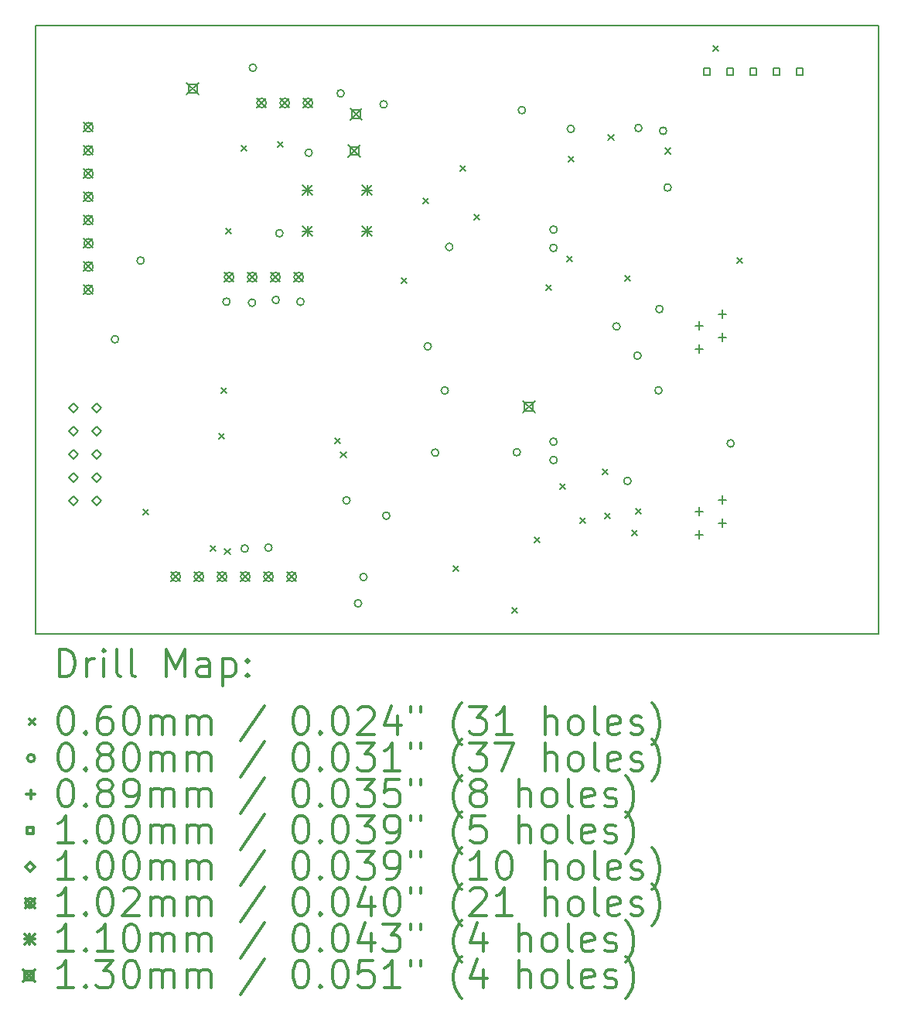
<source format=gbr>
%FSLAX45Y45*%
G04 Gerber Fmt 4.5, Leading zero omitted, Abs format (unit mm)*
G04 Created by KiCad (PCBNEW 4.0.7) date 06/06/19 18:33:32*
%MOMM*%
%LPD*%
G01*
G04 APERTURE LIST*
%ADD10C,0.127000*%
%ADD11C,0.150000*%
%ADD12C,0.200000*%
%ADD13C,0.300000*%
G04 APERTURE END LIST*
D10*
D11*
X18821400Y-12509500D02*
X18821400Y-5854700D01*
X9588500Y-12509500D02*
X18821400Y-12509500D01*
X9588500Y-5854700D02*
X9588500Y-12509500D01*
X18821400Y-5854700D02*
X9588500Y-5854700D01*
D12*
X10770000Y-11150000D02*
X10830000Y-11210000D01*
X10830000Y-11150000D02*
X10770000Y-11210000D01*
X11500000Y-11550000D02*
X11560000Y-11610000D01*
X11560000Y-11550000D02*
X11500000Y-11610000D01*
X11593000Y-10323000D02*
X11653000Y-10383000D01*
X11653000Y-10323000D02*
X11593000Y-10383000D01*
X11618400Y-9820120D02*
X11678400Y-9880120D01*
X11678400Y-9820120D02*
X11618400Y-9880120D01*
X11660000Y-11580000D02*
X11720000Y-11640000D01*
X11720000Y-11580000D02*
X11660000Y-11640000D01*
X11670000Y-8080000D02*
X11730000Y-8140000D01*
X11730000Y-8080000D02*
X11670000Y-8140000D01*
X11840000Y-7170000D02*
X11900000Y-7230000D01*
X11900000Y-7170000D02*
X11840000Y-7230000D01*
X12240000Y-7130000D02*
X12300000Y-7190000D01*
X12300000Y-7130000D02*
X12240000Y-7190000D01*
X12870000Y-10370000D02*
X12930000Y-10430000D01*
X12930000Y-10370000D02*
X12870000Y-10430000D01*
X12930000Y-10520000D02*
X12990000Y-10580000D01*
X12990000Y-10520000D02*
X12930000Y-10580000D01*
X13594600Y-8621240D02*
X13654600Y-8681240D01*
X13654600Y-8621240D02*
X13594600Y-8681240D01*
X13833300Y-7747480D02*
X13893300Y-7807480D01*
X13893300Y-7747480D02*
X13833300Y-7807480D01*
X14163500Y-11765800D02*
X14223500Y-11825800D01*
X14223500Y-11765800D02*
X14163500Y-11825800D01*
X14240000Y-7390000D02*
X14300000Y-7450000D01*
X14300000Y-7390000D02*
X14240000Y-7450000D01*
X14389200Y-7922650D02*
X14449200Y-7982650D01*
X14449200Y-7922650D02*
X14389200Y-7982650D01*
X14808700Y-12223000D02*
X14868700Y-12283000D01*
X14868700Y-12223000D02*
X14808700Y-12283000D01*
X15052500Y-11458100D02*
X15112500Y-11518100D01*
X15112500Y-11458100D02*
X15052500Y-11518100D01*
X15176300Y-8693990D02*
X15236300Y-8753990D01*
X15236300Y-8693990D02*
X15176300Y-8753990D01*
X15330000Y-10870000D02*
X15390000Y-10930000D01*
X15390000Y-10870000D02*
X15330000Y-10930000D01*
X15403600Y-8382590D02*
X15463600Y-8442590D01*
X15463600Y-8382590D02*
X15403600Y-8442590D01*
X15420000Y-7290000D02*
X15480000Y-7350000D01*
X15480000Y-7290000D02*
X15420000Y-7350000D01*
X15550400Y-11242500D02*
X15610400Y-11302500D01*
X15610400Y-11242500D02*
X15550400Y-11302500D01*
X15799300Y-10709100D02*
X15859300Y-10769100D01*
X15859300Y-10709100D02*
X15799300Y-10769100D01*
X15820000Y-11190000D02*
X15880000Y-11250000D01*
X15880000Y-11190000D02*
X15820000Y-11250000D01*
X15860000Y-7050000D02*
X15920000Y-7110000D01*
X15920000Y-7050000D02*
X15860000Y-7110000D01*
X16040000Y-8590000D02*
X16100000Y-8650000D01*
X16100000Y-8590000D02*
X16040000Y-8650000D01*
X16120000Y-11380000D02*
X16180000Y-11440000D01*
X16180000Y-11380000D02*
X16120000Y-11440000D01*
X16160000Y-11140000D02*
X16220000Y-11200000D01*
X16220000Y-11140000D02*
X16160000Y-11200000D01*
X16480000Y-7200000D02*
X16540000Y-7260000D01*
X16540000Y-7200000D02*
X16480000Y-7260000D01*
X17010000Y-6080000D02*
X17070000Y-6140000D01*
X17070000Y-6080000D02*
X17010000Y-6140000D01*
X17270000Y-8400000D02*
X17330000Y-8460000D01*
X17330000Y-8400000D02*
X17270000Y-8460000D01*
X10500000Y-9290000D02*
G75*
G03X10500000Y-9290000I-40000J0D01*
G01*
X10780000Y-8430000D02*
G75*
G03X10780000Y-8430000I-40000J0D01*
G01*
X11720000Y-8880000D02*
G75*
G03X11720000Y-8880000I-40000J0D01*
G01*
X11920000Y-11580000D02*
G75*
G03X11920000Y-11580000I-40000J0D01*
G01*
X12000000Y-8890000D02*
G75*
G03X12000000Y-8890000I-40000J0D01*
G01*
X12008500Y-6319520D02*
G75*
G03X12008500Y-6319520I-40000J0D01*
G01*
X12180000Y-11570000D02*
G75*
G03X12180000Y-11570000I-40000J0D01*
G01*
X12260000Y-8860000D02*
G75*
G03X12260000Y-8860000I-40000J0D01*
G01*
X12300000Y-8130000D02*
G75*
G03X12300000Y-8130000I-40000J0D01*
G01*
X12530000Y-8880000D02*
G75*
G03X12530000Y-8880000I-40000J0D01*
G01*
X12620000Y-7250000D02*
G75*
G03X12620000Y-7250000I-40000J0D01*
G01*
X12970000Y-6600000D02*
G75*
G03X12970000Y-6600000I-40000J0D01*
G01*
X13034140Y-11052270D02*
G75*
G03X13034140Y-11052270I-40000J0D01*
G01*
X13160000Y-12180000D02*
G75*
G03X13160000Y-12180000I-40000J0D01*
G01*
X13220000Y-11890000D02*
G75*
G03X13220000Y-11890000I-40000J0D01*
G01*
X13441000Y-6720840D02*
G75*
G03X13441000Y-6720840I-40000J0D01*
G01*
X13470000Y-11220000D02*
G75*
G03X13470000Y-11220000I-40000J0D01*
G01*
X13923600Y-9367520D02*
G75*
G03X13923600Y-9367520I-40000J0D01*
G01*
X14004900Y-10530800D02*
G75*
G03X14004900Y-10530800I-40000J0D01*
G01*
X14110000Y-9850000D02*
G75*
G03X14110000Y-9850000I-40000J0D01*
G01*
X14160000Y-8280000D02*
G75*
G03X14160000Y-8280000I-40000J0D01*
G01*
X14899000Y-10525800D02*
G75*
G03X14899000Y-10525800I-40000J0D01*
G01*
X14954110Y-6783500D02*
G75*
G03X14954110Y-6783500I-40000J0D01*
G01*
X15300300Y-8090560D02*
G75*
G03X15300300Y-8090560I-40000J0D01*
G01*
X15300300Y-8290560D02*
G75*
G03X15300300Y-8290560I-40000J0D01*
G01*
X15300300Y-10412100D02*
G75*
G03X15300300Y-10412100I-40000J0D01*
G01*
X15300300Y-10612100D02*
G75*
G03X15300300Y-10612100I-40000J0D01*
G01*
X15490000Y-6990000D02*
G75*
G03X15490000Y-6990000I-40000J0D01*
G01*
X15990000Y-9150000D02*
G75*
G03X15990000Y-9150000I-40000J0D01*
G01*
X16110000Y-10840000D02*
G75*
G03X16110000Y-10840000I-40000J0D01*
G01*
X16220000Y-9470000D02*
G75*
G03X16220000Y-9470000I-40000J0D01*
G01*
X16230000Y-6980000D02*
G75*
G03X16230000Y-6980000I-40000J0D01*
G01*
X16450000Y-9850000D02*
G75*
G03X16450000Y-9850000I-40000J0D01*
G01*
X16460000Y-8960000D02*
G75*
G03X16460000Y-8960000I-40000J0D01*
G01*
X16500000Y-7010000D02*
G75*
G03X16500000Y-7010000I-40000J0D01*
G01*
X16550000Y-7630000D02*
G75*
G03X16550000Y-7630000I-40000J0D01*
G01*
X17240000Y-10430000D02*
G75*
G03X17240000Y-10430000I-40000J0D01*
G01*
X16855300Y-9096960D02*
X16855300Y-9185960D01*
X16810800Y-9141460D02*
X16899800Y-9141460D01*
X16855300Y-9350960D02*
X16855300Y-9439960D01*
X16810800Y-9395460D02*
X16899800Y-9395460D01*
X16855300Y-11129000D02*
X16855300Y-11218000D01*
X16810800Y-11173500D02*
X16899800Y-11173500D01*
X16855300Y-11383000D02*
X16855300Y-11472000D01*
X16810800Y-11427500D02*
X16899800Y-11427500D01*
X17109300Y-8969960D02*
X17109300Y-9058960D01*
X17064800Y-9014460D02*
X17153800Y-9014460D01*
X17109300Y-9223960D02*
X17109300Y-9312960D01*
X17064800Y-9268460D02*
X17153800Y-9268460D01*
X17109300Y-11002000D02*
X17109300Y-11091000D01*
X17064800Y-11046500D02*
X17153800Y-11046500D01*
X17109300Y-11256000D02*
X17109300Y-11345000D01*
X17064800Y-11300500D02*
X17153800Y-11300500D01*
X16977156Y-6398056D02*
X16977156Y-6327344D01*
X16906444Y-6327344D01*
X16906444Y-6398056D01*
X16977156Y-6398056D01*
X17231156Y-6398056D02*
X17231156Y-6327344D01*
X17160444Y-6327344D01*
X17160444Y-6398056D01*
X17231156Y-6398056D01*
X17485156Y-6398056D02*
X17485156Y-6327344D01*
X17414444Y-6327344D01*
X17414444Y-6398056D01*
X17485156Y-6398056D01*
X17739156Y-6398056D02*
X17739156Y-6327344D01*
X17668444Y-6327344D01*
X17668444Y-6398056D01*
X17739156Y-6398056D01*
X17993156Y-6398056D02*
X17993156Y-6327344D01*
X17922444Y-6327344D01*
X17922444Y-6398056D01*
X17993156Y-6398056D01*
X10003000Y-10092038D02*
X10053038Y-10042000D01*
X10003000Y-9991962D01*
X9952962Y-10042000D01*
X10003000Y-10092038D01*
X10003000Y-10346038D02*
X10053038Y-10296000D01*
X10003000Y-10245962D01*
X9952962Y-10296000D01*
X10003000Y-10346038D01*
X10003000Y-10600038D02*
X10053038Y-10550000D01*
X10003000Y-10499962D01*
X9952962Y-10550000D01*
X10003000Y-10600038D01*
X10003000Y-10854038D02*
X10053038Y-10804000D01*
X10003000Y-10753962D01*
X9952962Y-10804000D01*
X10003000Y-10854038D01*
X10003000Y-11108038D02*
X10053038Y-11058000D01*
X10003000Y-11007962D01*
X9952962Y-11058000D01*
X10003000Y-11108038D01*
X10257000Y-10092038D02*
X10307038Y-10042000D01*
X10257000Y-9991962D01*
X10206962Y-10042000D01*
X10257000Y-10092038D01*
X10257000Y-10346038D02*
X10307038Y-10296000D01*
X10257000Y-10245962D01*
X10206962Y-10296000D01*
X10257000Y-10346038D01*
X10257000Y-10600038D02*
X10307038Y-10550000D01*
X10257000Y-10499962D01*
X10206962Y-10550000D01*
X10257000Y-10600038D01*
X10257000Y-10854038D02*
X10307038Y-10804000D01*
X10257000Y-10753962D01*
X10206962Y-10804000D01*
X10257000Y-10854038D01*
X10257000Y-11108038D02*
X10307038Y-11058000D01*
X10257000Y-11007962D01*
X10206962Y-11058000D01*
X10257000Y-11108038D01*
X10119200Y-6919200D02*
X10220800Y-7020800D01*
X10220800Y-6919200D02*
X10119200Y-7020800D01*
X10220800Y-6970000D02*
G75*
G03X10220800Y-6970000I-50800J0D01*
G01*
X10119200Y-7173200D02*
X10220800Y-7274800D01*
X10220800Y-7173200D02*
X10119200Y-7274800D01*
X10220800Y-7224000D02*
G75*
G03X10220800Y-7224000I-50800J0D01*
G01*
X10119200Y-7427200D02*
X10220800Y-7528800D01*
X10220800Y-7427200D02*
X10119200Y-7528800D01*
X10220800Y-7478000D02*
G75*
G03X10220800Y-7478000I-50800J0D01*
G01*
X10119200Y-7681200D02*
X10220800Y-7782800D01*
X10220800Y-7681200D02*
X10119200Y-7782800D01*
X10220800Y-7732000D02*
G75*
G03X10220800Y-7732000I-50800J0D01*
G01*
X10119200Y-7935200D02*
X10220800Y-8036800D01*
X10220800Y-7935200D02*
X10119200Y-8036800D01*
X10220800Y-7986000D02*
G75*
G03X10220800Y-7986000I-50800J0D01*
G01*
X10119200Y-8189200D02*
X10220800Y-8290800D01*
X10220800Y-8189200D02*
X10119200Y-8290800D01*
X10220800Y-8240000D02*
G75*
G03X10220800Y-8240000I-50800J0D01*
G01*
X10119200Y-8443200D02*
X10220800Y-8544800D01*
X10220800Y-8443200D02*
X10119200Y-8544800D01*
X10220800Y-8494000D02*
G75*
G03X10220800Y-8494000I-50800J0D01*
G01*
X10119200Y-8697200D02*
X10220800Y-8798800D01*
X10220800Y-8697200D02*
X10119200Y-8798800D01*
X10220800Y-8748000D02*
G75*
G03X10220800Y-8748000I-50800J0D01*
G01*
X11074400Y-11836400D02*
X11176000Y-11938000D01*
X11176000Y-11836400D02*
X11074400Y-11938000D01*
X11176000Y-11887200D02*
G75*
G03X11176000Y-11887200I-50800J0D01*
G01*
X11328400Y-11836400D02*
X11430000Y-11938000D01*
X11430000Y-11836400D02*
X11328400Y-11938000D01*
X11430000Y-11887200D02*
G75*
G03X11430000Y-11887200I-50800J0D01*
G01*
X11582400Y-11836400D02*
X11684000Y-11938000D01*
X11684000Y-11836400D02*
X11582400Y-11938000D01*
X11684000Y-11887200D02*
G75*
G03X11684000Y-11887200I-50800J0D01*
G01*
X11658600Y-8559800D02*
X11760200Y-8661400D01*
X11760200Y-8559800D02*
X11658600Y-8661400D01*
X11760200Y-8610600D02*
G75*
G03X11760200Y-8610600I-50800J0D01*
G01*
X11836400Y-11836400D02*
X11938000Y-11938000D01*
X11938000Y-11836400D02*
X11836400Y-11938000D01*
X11938000Y-11887200D02*
G75*
G03X11938000Y-11887200I-50800J0D01*
G01*
X11912600Y-8559800D02*
X12014200Y-8661400D01*
X12014200Y-8559800D02*
X11912600Y-8661400D01*
X12014200Y-8610600D02*
G75*
G03X12014200Y-8610600I-50800J0D01*
G01*
X12014200Y-6654800D02*
X12115800Y-6756400D01*
X12115800Y-6654800D02*
X12014200Y-6756400D01*
X12115800Y-6705600D02*
G75*
G03X12115800Y-6705600I-50800J0D01*
G01*
X12090400Y-11836400D02*
X12192000Y-11938000D01*
X12192000Y-11836400D02*
X12090400Y-11938000D01*
X12192000Y-11887200D02*
G75*
G03X12192000Y-11887200I-50800J0D01*
G01*
X12166600Y-8559800D02*
X12268200Y-8661400D01*
X12268200Y-8559800D02*
X12166600Y-8661400D01*
X12268200Y-8610600D02*
G75*
G03X12268200Y-8610600I-50800J0D01*
G01*
X12268200Y-6654800D02*
X12369800Y-6756400D01*
X12369800Y-6654800D02*
X12268200Y-6756400D01*
X12369800Y-6705600D02*
G75*
G03X12369800Y-6705600I-50800J0D01*
G01*
X12344400Y-11836400D02*
X12446000Y-11938000D01*
X12446000Y-11836400D02*
X12344400Y-11938000D01*
X12446000Y-11887200D02*
G75*
G03X12446000Y-11887200I-50800J0D01*
G01*
X12420600Y-8559800D02*
X12522200Y-8661400D01*
X12522200Y-8559800D02*
X12420600Y-8661400D01*
X12522200Y-8610600D02*
G75*
G03X12522200Y-8610600I-50800J0D01*
G01*
X12522200Y-6654800D02*
X12623800Y-6756400D01*
X12623800Y-6654800D02*
X12522200Y-6756400D01*
X12623800Y-6705600D02*
G75*
G03X12623800Y-6705600I-50800J0D01*
G01*
X12515000Y-7605000D02*
X12625000Y-7715000D01*
X12625000Y-7605000D02*
X12515000Y-7715000D01*
X12570000Y-7605000D02*
X12570000Y-7715000D01*
X12515000Y-7660000D02*
X12625000Y-7660000D01*
X12515000Y-8055000D02*
X12625000Y-8165000D01*
X12625000Y-8055000D02*
X12515000Y-8165000D01*
X12570000Y-8055000D02*
X12570000Y-8165000D01*
X12515000Y-8110000D02*
X12625000Y-8110000D01*
X13165000Y-7605000D02*
X13275000Y-7715000D01*
X13275000Y-7605000D02*
X13165000Y-7715000D01*
X13220000Y-7605000D02*
X13220000Y-7715000D01*
X13165000Y-7660000D02*
X13275000Y-7660000D01*
X13165000Y-8055000D02*
X13275000Y-8165000D01*
X13275000Y-8055000D02*
X13165000Y-8165000D01*
X13220000Y-8055000D02*
X13220000Y-8165000D01*
X13165000Y-8110000D02*
X13275000Y-8110000D01*
X11244976Y-6484976D02*
X11375024Y-6615024D01*
X11375024Y-6484976D02*
X11244976Y-6615024D01*
X11355979Y-6595979D02*
X11355979Y-6504021D01*
X11264021Y-6504021D01*
X11264021Y-6595979D01*
X11355979Y-6595979D01*
X13014976Y-7164976D02*
X13145024Y-7295024D01*
X13145024Y-7164976D02*
X13014976Y-7295024D01*
X13125979Y-7275979D02*
X13125979Y-7184021D01*
X13034021Y-7184021D01*
X13034021Y-7275979D01*
X13125979Y-7275979D01*
X13034976Y-6764976D02*
X13165024Y-6895024D01*
X13165024Y-6764976D02*
X13034976Y-6895024D01*
X13145979Y-6875979D02*
X13145979Y-6784021D01*
X13054021Y-6784021D01*
X13054021Y-6875979D01*
X13145979Y-6875979D01*
X14926076Y-9962876D02*
X15056124Y-10092924D01*
X15056124Y-9962876D02*
X14926076Y-10092924D01*
X15037079Y-10073879D02*
X15037079Y-9981921D01*
X14945121Y-9981921D01*
X14945121Y-10073879D01*
X15037079Y-10073879D01*
D13*
X9852429Y-12982714D02*
X9852429Y-12682714D01*
X9923857Y-12682714D01*
X9966714Y-12697000D01*
X9995286Y-12725571D01*
X10009571Y-12754143D01*
X10023857Y-12811286D01*
X10023857Y-12854143D01*
X10009571Y-12911286D01*
X9995286Y-12939857D01*
X9966714Y-12968429D01*
X9923857Y-12982714D01*
X9852429Y-12982714D01*
X10152429Y-12982714D02*
X10152429Y-12782714D01*
X10152429Y-12839857D02*
X10166714Y-12811286D01*
X10181000Y-12797000D01*
X10209571Y-12782714D01*
X10238143Y-12782714D01*
X10338143Y-12982714D02*
X10338143Y-12782714D01*
X10338143Y-12682714D02*
X10323857Y-12697000D01*
X10338143Y-12711286D01*
X10352429Y-12697000D01*
X10338143Y-12682714D01*
X10338143Y-12711286D01*
X10523857Y-12982714D02*
X10495286Y-12968429D01*
X10481000Y-12939857D01*
X10481000Y-12682714D01*
X10681000Y-12982714D02*
X10652429Y-12968429D01*
X10638143Y-12939857D01*
X10638143Y-12682714D01*
X11023857Y-12982714D02*
X11023857Y-12682714D01*
X11123857Y-12897000D01*
X11223857Y-12682714D01*
X11223857Y-12982714D01*
X11495286Y-12982714D02*
X11495286Y-12825571D01*
X11481000Y-12797000D01*
X11452428Y-12782714D01*
X11395286Y-12782714D01*
X11366714Y-12797000D01*
X11495286Y-12968429D02*
X11466714Y-12982714D01*
X11395286Y-12982714D01*
X11366714Y-12968429D01*
X11352428Y-12939857D01*
X11352428Y-12911286D01*
X11366714Y-12882714D01*
X11395286Y-12868429D01*
X11466714Y-12868429D01*
X11495286Y-12854143D01*
X11638143Y-12782714D02*
X11638143Y-13082714D01*
X11638143Y-12797000D02*
X11666714Y-12782714D01*
X11723857Y-12782714D01*
X11752428Y-12797000D01*
X11766714Y-12811286D01*
X11781000Y-12839857D01*
X11781000Y-12925571D01*
X11766714Y-12954143D01*
X11752428Y-12968429D01*
X11723857Y-12982714D01*
X11666714Y-12982714D01*
X11638143Y-12968429D01*
X11909571Y-12954143D02*
X11923857Y-12968429D01*
X11909571Y-12982714D01*
X11895286Y-12968429D01*
X11909571Y-12954143D01*
X11909571Y-12982714D01*
X11909571Y-12797000D02*
X11923857Y-12811286D01*
X11909571Y-12825571D01*
X11895286Y-12811286D01*
X11909571Y-12797000D01*
X11909571Y-12825571D01*
X9521000Y-13447000D02*
X9581000Y-13507000D01*
X9581000Y-13447000D02*
X9521000Y-13507000D01*
X9909571Y-13312714D02*
X9938143Y-13312714D01*
X9966714Y-13327000D01*
X9981000Y-13341286D01*
X9995286Y-13369857D01*
X10009571Y-13427000D01*
X10009571Y-13498429D01*
X9995286Y-13555571D01*
X9981000Y-13584143D01*
X9966714Y-13598429D01*
X9938143Y-13612714D01*
X9909571Y-13612714D01*
X9881000Y-13598429D01*
X9866714Y-13584143D01*
X9852429Y-13555571D01*
X9838143Y-13498429D01*
X9838143Y-13427000D01*
X9852429Y-13369857D01*
X9866714Y-13341286D01*
X9881000Y-13327000D01*
X9909571Y-13312714D01*
X10138143Y-13584143D02*
X10152429Y-13598429D01*
X10138143Y-13612714D01*
X10123857Y-13598429D01*
X10138143Y-13584143D01*
X10138143Y-13612714D01*
X10409571Y-13312714D02*
X10352428Y-13312714D01*
X10323857Y-13327000D01*
X10309571Y-13341286D01*
X10281000Y-13384143D01*
X10266714Y-13441286D01*
X10266714Y-13555571D01*
X10281000Y-13584143D01*
X10295286Y-13598429D01*
X10323857Y-13612714D01*
X10381000Y-13612714D01*
X10409571Y-13598429D01*
X10423857Y-13584143D01*
X10438143Y-13555571D01*
X10438143Y-13484143D01*
X10423857Y-13455571D01*
X10409571Y-13441286D01*
X10381000Y-13427000D01*
X10323857Y-13427000D01*
X10295286Y-13441286D01*
X10281000Y-13455571D01*
X10266714Y-13484143D01*
X10623857Y-13312714D02*
X10652429Y-13312714D01*
X10681000Y-13327000D01*
X10695286Y-13341286D01*
X10709571Y-13369857D01*
X10723857Y-13427000D01*
X10723857Y-13498429D01*
X10709571Y-13555571D01*
X10695286Y-13584143D01*
X10681000Y-13598429D01*
X10652429Y-13612714D01*
X10623857Y-13612714D01*
X10595286Y-13598429D01*
X10581000Y-13584143D01*
X10566714Y-13555571D01*
X10552429Y-13498429D01*
X10552429Y-13427000D01*
X10566714Y-13369857D01*
X10581000Y-13341286D01*
X10595286Y-13327000D01*
X10623857Y-13312714D01*
X10852429Y-13612714D02*
X10852429Y-13412714D01*
X10852429Y-13441286D02*
X10866714Y-13427000D01*
X10895286Y-13412714D01*
X10938143Y-13412714D01*
X10966714Y-13427000D01*
X10981000Y-13455571D01*
X10981000Y-13612714D01*
X10981000Y-13455571D02*
X10995286Y-13427000D01*
X11023857Y-13412714D01*
X11066714Y-13412714D01*
X11095286Y-13427000D01*
X11109571Y-13455571D01*
X11109571Y-13612714D01*
X11252428Y-13612714D02*
X11252428Y-13412714D01*
X11252428Y-13441286D02*
X11266714Y-13427000D01*
X11295286Y-13412714D01*
X11338143Y-13412714D01*
X11366714Y-13427000D01*
X11381000Y-13455571D01*
X11381000Y-13612714D01*
X11381000Y-13455571D02*
X11395286Y-13427000D01*
X11423857Y-13412714D01*
X11466714Y-13412714D01*
X11495286Y-13427000D01*
X11509571Y-13455571D01*
X11509571Y-13612714D01*
X12095286Y-13298429D02*
X11838143Y-13684143D01*
X12481000Y-13312714D02*
X12509571Y-13312714D01*
X12538143Y-13327000D01*
X12552428Y-13341286D01*
X12566714Y-13369857D01*
X12581000Y-13427000D01*
X12581000Y-13498429D01*
X12566714Y-13555571D01*
X12552428Y-13584143D01*
X12538143Y-13598429D01*
X12509571Y-13612714D01*
X12481000Y-13612714D01*
X12452428Y-13598429D01*
X12438143Y-13584143D01*
X12423857Y-13555571D01*
X12409571Y-13498429D01*
X12409571Y-13427000D01*
X12423857Y-13369857D01*
X12438143Y-13341286D01*
X12452428Y-13327000D01*
X12481000Y-13312714D01*
X12709571Y-13584143D02*
X12723857Y-13598429D01*
X12709571Y-13612714D01*
X12695286Y-13598429D01*
X12709571Y-13584143D01*
X12709571Y-13612714D01*
X12909571Y-13312714D02*
X12938143Y-13312714D01*
X12966714Y-13327000D01*
X12981000Y-13341286D01*
X12995285Y-13369857D01*
X13009571Y-13427000D01*
X13009571Y-13498429D01*
X12995285Y-13555571D01*
X12981000Y-13584143D01*
X12966714Y-13598429D01*
X12938143Y-13612714D01*
X12909571Y-13612714D01*
X12881000Y-13598429D01*
X12866714Y-13584143D01*
X12852428Y-13555571D01*
X12838143Y-13498429D01*
X12838143Y-13427000D01*
X12852428Y-13369857D01*
X12866714Y-13341286D01*
X12881000Y-13327000D01*
X12909571Y-13312714D01*
X13123857Y-13341286D02*
X13138143Y-13327000D01*
X13166714Y-13312714D01*
X13238143Y-13312714D01*
X13266714Y-13327000D01*
X13281000Y-13341286D01*
X13295285Y-13369857D01*
X13295285Y-13398429D01*
X13281000Y-13441286D01*
X13109571Y-13612714D01*
X13295285Y-13612714D01*
X13552428Y-13412714D02*
X13552428Y-13612714D01*
X13481000Y-13298429D02*
X13409571Y-13512714D01*
X13595285Y-13512714D01*
X13695286Y-13312714D02*
X13695286Y-13369857D01*
X13809571Y-13312714D02*
X13809571Y-13369857D01*
X14252428Y-13727000D02*
X14238143Y-13712714D01*
X14209571Y-13669857D01*
X14195285Y-13641286D01*
X14181000Y-13598429D01*
X14166714Y-13527000D01*
X14166714Y-13469857D01*
X14181000Y-13398429D01*
X14195285Y-13355571D01*
X14209571Y-13327000D01*
X14238143Y-13284143D01*
X14252428Y-13269857D01*
X14338143Y-13312714D02*
X14523857Y-13312714D01*
X14423857Y-13427000D01*
X14466714Y-13427000D01*
X14495285Y-13441286D01*
X14509571Y-13455571D01*
X14523857Y-13484143D01*
X14523857Y-13555571D01*
X14509571Y-13584143D01*
X14495285Y-13598429D01*
X14466714Y-13612714D01*
X14381000Y-13612714D01*
X14352428Y-13598429D01*
X14338143Y-13584143D01*
X14809571Y-13612714D02*
X14638143Y-13612714D01*
X14723857Y-13612714D02*
X14723857Y-13312714D01*
X14695285Y-13355571D01*
X14666714Y-13384143D01*
X14638143Y-13398429D01*
X15166714Y-13612714D02*
X15166714Y-13312714D01*
X15295285Y-13612714D02*
X15295285Y-13455571D01*
X15281000Y-13427000D01*
X15252428Y-13412714D01*
X15209571Y-13412714D01*
X15181000Y-13427000D01*
X15166714Y-13441286D01*
X15481000Y-13612714D02*
X15452428Y-13598429D01*
X15438143Y-13584143D01*
X15423857Y-13555571D01*
X15423857Y-13469857D01*
X15438143Y-13441286D01*
X15452428Y-13427000D01*
X15481000Y-13412714D01*
X15523857Y-13412714D01*
X15552428Y-13427000D01*
X15566714Y-13441286D01*
X15581000Y-13469857D01*
X15581000Y-13555571D01*
X15566714Y-13584143D01*
X15552428Y-13598429D01*
X15523857Y-13612714D01*
X15481000Y-13612714D01*
X15752428Y-13612714D02*
X15723857Y-13598429D01*
X15709571Y-13569857D01*
X15709571Y-13312714D01*
X15981000Y-13598429D02*
X15952428Y-13612714D01*
X15895286Y-13612714D01*
X15866714Y-13598429D01*
X15852428Y-13569857D01*
X15852428Y-13455571D01*
X15866714Y-13427000D01*
X15895286Y-13412714D01*
X15952428Y-13412714D01*
X15981000Y-13427000D01*
X15995286Y-13455571D01*
X15995286Y-13484143D01*
X15852428Y-13512714D01*
X16109571Y-13598429D02*
X16138143Y-13612714D01*
X16195286Y-13612714D01*
X16223857Y-13598429D01*
X16238143Y-13569857D01*
X16238143Y-13555571D01*
X16223857Y-13527000D01*
X16195286Y-13512714D01*
X16152428Y-13512714D01*
X16123857Y-13498429D01*
X16109571Y-13469857D01*
X16109571Y-13455571D01*
X16123857Y-13427000D01*
X16152428Y-13412714D01*
X16195286Y-13412714D01*
X16223857Y-13427000D01*
X16338143Y-13727000D02*
X16352428Y-13712714D01*
X16381000Y-13669857D01*
X16395286Y-13641286D01*
X16409571Y-13598429D01*
X16423857Y-13527000D01*
X16423857Y-13469857D01*
X16409571Y-13398429D01*
X16395286Y-13355571D01*
X16381000Y-13327000D01*
X16352428Y-13284143D01*
X16338143Y-13269857D01*
X9581000Y-13873000D02*
G75*
G03X9581000Y-13873000I-40000J0D01*
G01*
X9909571Y-13708714D02*
X9938143Y-13708714D01*
X9966714Y-13723000D01*
X9981000Y-13737286D01*
X9995286Y-13765857D01*
X10009571Y-13823000D01*
X10009571Y-13894429D01*
X9995286Y-13951571D01*
X9981000Y-13980143D01*
X9966714Y-13994429D01*
X9938143Y-14008714D01*
X9909571Y-14008714D01*
X9881000Y-13994429D01*
X9866714Y-13980143D01*
X9852429Y-13951571D01*
X9838143Y-13894429D01*
X9838143Y-13823000D01*
X9852429Y-13765857D01*
X9866714Y-13737286D01*
X9881000Y-13723000D01*
X9909571Y-13708714D01*
X10138143Y-13980143D02*
X10152429Y-13994429D01*
X10138143Y-14008714D01*
X10123857Y-13994429D01*
X10138143Y-13980143D01*
X10138143Y-14008714D01*
X10323857Y-13837286D02*
X10295286Y-13823000D01*
X10281000Y-13808714D01*
X10266714Y-13780143D01*
X10266714Y-13765857D01*
X10281000Y-13737286D01*
X10295286Y-13723000D01*
X10323857Y-13708714D01*
X10381000Y-13708714D01*
X10409571Y-13723000D01*
X10423857Y-13737286D01*
X10438143Y-13765857D01*
X10438143Y-13780143D01*
X10423857Y-13808714D01*
X10409571Y-13823000D01*
X10381000Y-13837286D01*
X10323857Y-13837286D01*
X10295286Y-13851571D01*
X10281000Y-13865857D01*
X10266714Y-13894429D01*
X10266714Y-13951571D01*
X10281000Y-13980143D01*
X10295286Y-13994429D01*
X10323857Y-14008714D01*
X10381000Y-14008714D01*
X10409571Y-13994429D01*
X10423857Y-13980143D01*
X10438143Y-13951571D01*
X10438143Y-13894429D01*
X10423857Y-13865857D01*
X10409571Y-13851571D01*
X10381000Y-13837286D01*
X10623857Y-13708714D02*
X10652429Y-13708714D01*
X10681000Y-13723000D01*
X10695286Y-13737286D01*
X10709571Y-13765857D01*
X10723857Y-13823000D01*
X10723857Y-13894429D01*
X10709571Y-13951571D01*
X10695286Y-13980143D01*
X10681000Y-13994429D01*
X10652429Y-14008714D01*
X10623857Y-14008714D01*
X10595286Y-13994429D01*
X10581000Y-13980143D01*
X10566714Y-13951571D01*
X10552429Y-13894429D01*
X10552429Y-13823000D01*
X10566714Y-13765857D01*
X10581000Y-13737286D01*
X10595286Y-13723000D01*
X10623857Y-13708714D01*
X10852429Y-14008714D02*
X10852429Y-13808714D01*
X10852429Y-13837286D02*
X10866714Y-13823000D01*
X10895286Y-13808714D01*
X10938143Y-13808714D01*
X10966714Y-13823000D01*
X10981000Y-13851571D01*
X10981000Y-14008714D01*
X10981000Y-13851571D02*
X10995286Y-13823000D01*
X11023857Y-13808714D01*
X11066714Y-13808714D01*
X11095286Y-13823000D01*
X11109571Y-13851571D01*
X11109571Y-14008714D01*
X11252428Y-14008714D02*
X11252428Y-13808714D01*
X11252428Y-13837286D02*
X11266714Y-13823000D01*
X11295286Y-13808714D01*
X11338143Y-13808714D01*
X11366714Y-13823000D01*
X11381000Y-13851571D01*
X11381000Y-14008714D01*
X11381000Y-13851571D02*
X11395286Y-13823000D01*
X11423857Y-13808714D01*
X11466714Y-13808714D01*
X11495286Y-13823000D01*
X11509571Y-13851571D01*
X11509571Y-14008714D01*
X12095286Y-13694429D02*
X11838143Y-14080143D01*
X12481000Y-13708714D02*
X12509571Y-13708714D01*
X12538143Y-13723000D01*
X12552428Y-13737286D01*
X12566714Y-13765857D01*
X12581000Y-13823000D01*
X12581000Y-13894429D01*
X12566714Y-13951571D01*
X12552428Y-13980143D01*
X12538143Y-13994429D01*
X12509571Y-14008714D01*
X12481000Y-14008714D01*
X12452428Y-13994429D01*
X12438143Y-13980143D01*
X12423857Y-13951571D01*
X12409571Y-13894429D01*
X12409571Y-13823000D01*
X12423857Y-13765857D01*
X12438143Y-13737286D01*
X12452428Y-13723000D01*
X12481000Y-13708714D01*
X12709571Y-13980143D02*
X12723857Y-13994429D01*
X12709571Y-14008714D01*
X12695286Y-13994429D01*
X12709571Y-13980143D01*
X12709571Y-14008714D01*
X12909571Y-13708714D02*
X12938143Y-13708714D01*
X12966714Y-13723000D01*
X12981000Y-13737286D01*
X12995285Y-13765857D01*
X13009571Y-13823000D01*
X13009571Y-13894429D01*
X12995285Y-13951571D01*
X12981000Y-13980143D01*
X12966714Y-13994429D01*
X12938143Y-14008714D01*
X12909571Y-14008714D01*
X12881000Y-13994429D01*
X12866714Y-13980143D01*
X12852428Y-13951571D01*
X12838143Y-13894429D01*
X12838143Y-13823000D01*
X12852428Y-13765857D01*
X12866714Y-13737286D01*
X12881000Y-13723000D01*
X12909571Y-13708714D01*
X13109571Y-13708714D02*
X13295285Y-13708714D01*
X13195285Y-13823000D01*
X13238143Y-13823000D01*
X13266714Y-13837286D01*
X13281000Y-13851571D01*
X13295285Y-13880143D01*
X13295285Y-13951571D01*
X13281000Y-13980143D01*
X13266714Y-13994429D01*
X13238143Y-14008714D01*
X13152428Y-14008714D01*
X13123857Y-13994429D01*
X13109571Y-13980143D01*
X13581000Y-14008714D02*
X13409571Y-14008714D01*
X13495285Y-14008714D02*
X13495285Y-13708714D01*
X13466714Y-13751571D01*
X13438143Y-13780143D01*
X13409571Y-13794429D01*
X13695286Y-13708714D02*
X13695286Y-13765857D01*
X13809571Y-13708714D02*
X13809571Y-13765857D01*
X14252428Y-14123000D02*
X14238143Y-14108714D01*
X14209571Y-14065857D01*
X14195285Y-14037286D01*
X14181000Y-13994429D01*
X14166714Y-13923000D01*
X14166714Y-13865857D01*
X14181000Y-13794429D01*
X14195285Y-13751571D01*
X14209571Y-13723000D01*
X14238143Y-13680143D01*
X14252428Y-13665857D01*
X14338143Y-13708714D02*
X14523857Y-13708714D01*
X14423857Y-13823000D01*
X14466714Y-13823000D01*
X14495285Y-13837286D01*
X14509571Y-13851571D01*
X14523857Y-13880143D01*
X14523857Y-13951571D01*
X14509571Y-13980143D01*
X14495285Y-13994429D01*
X14466714Y-14008714D01*
X14381000Y-14008714D01*
X14352428Y-13994429D01*
X14338143Y-13980143D01*
X14623857Y-13708714D02*
X14823857Y-13708714D01*
X14695285Y-14008714D01*
X15166714Y-14008714D02*
X15166714Y-13708714D01*
X15295285Y-14008714D02*
X15295285Y-13851571D01*
X15281000Y-13823000D01*
X15252428Y-13808714D01*
X15209571Y-13808714D01*
X15181000Y-13823000D01*
X15166714Y-13837286D01*
X15481000Y-14008714D02*
X15452428Y-13994429D01*
X15438143Y-13980143D01*
X15423857Y-13951571D01*
X15423857Y-13865857D01*
X15438143Y-13837286D01*
X15452428Y-13823000D01*
X15481000Y-13808714D01*
X15523857Y-13808714D01*
X15552428Y-13823000D01*
X15566714Y-13837286D01*
X15581000Y-13865857D01*
X15581000Y-13951571D01*
X15566714Y-13980143D01*
X15552428Y-13994429D01*
X15523857Y-14008714D01*
X15481000Y-14008714D01*
X15752428Y-14008714D02*
X15723857Y-13994429D01*
X15709571Y-13965857D01*
X15709571Y-13708714D01*
X15981000Y-13994429D02*
X15952428Y-14008714D01*
X15895286Y-14008714D01*
X15866714Y-13994429D01*
X15852428Y-13965857D01*
X15852428Y-13851571D01*
X15866714Y-13823000D01*
X15895286Y-13808714D01*
X15952428Y-13808714D01*
X15981000Y-13823000D01*
X15995286Y-13851571D01*
X15995286Y-13880143D01*
X15852428Y-13908714D01*
X16109571Y-13994429D02*
X16138143Y-14008714D01*
X16195286Y-14008714D01*
X16223857Y-13994429D01*
X16238143Y-13965857D01*
X16238143Y-13951571D01*
X16223857Y-13923000D01*
X16195286Y-13908714D01*
X16152428Y-13908714D01*
X16123857Y-13894429D01*
X16109571Y-13865857D01*
X16109571Y-13851571D01*
X16123857Y-13823000D01*
X16152428Y-13808714D01*
X16195286Y-13808714D01*
X16223857Y-13823000D01*
X16338143Y-14123000D02*
X16352428Y-14108714D01*
X16381000Y-14065857D01*
X16395286Y-14037286D01*
X16409571Y-13994429D01*
X16423857Y-13923000D01*
X16423857Y-13865857D01*
X16409571Y-13794429D01*
X16395286Y-13751571D01*
X16381000Y-13723000D01*
X16352428Y-13680143D01*
X16338143Y-13665857D01*
X9536500Y-14224500D02*
X9536500Y-14313500D01*
X9492000Y-14269000D02*
X9581000Y-14269000D01*
X9909571Y-14104714D02*
X9938143Y-14104714D01*
X9966714Y-14119000D01*
X9981000Y-14133286D01*
X9995286Y-14161857D01*
X10009571Y-14219000D01*
X10009571Y-14290429D01*
X9995286Y-14347571D01*
X9981000Y-14376143D01*
X9966714Y-14390429D01*
X9938143Y-14404714D01*
X9909571Y-14404714D01*
X9881000Y-14390429D01*
X9866714Y-14376143D01*
X9852429Y-14347571D01*
X9838143Y-14290429D01*
X9838143Y-14219000D01*
X9852429Y-14161857D01*
X9866714Y-14133286D01*
X9881000Y-14119000D01*
X9909571Y-14104714D01*
X10138143Y-14376143D02*
X10152429Y-14390429D01*
X10138143Y-14404714D01*
X10123857Y-14390429D01*
X10138143Y-14376143D01*
X10138143Y-14404714D01*
X10323857Y-14233286D02*
X10295286Y-14219000D01*
X10281000Y-14204714D01*
X10266714Y-14176143D01*
X10266714Y-14161857D01*
X10281000Y-14133286D01*
X10295286Y-14119000D01*
X10323857Y-14104714D01*
X10381000Y-14104714D01*
X10409571Y-14119000D01*
X10423857Y-14133286D01*
X10438143Y-14161857D01*
X10438143Y-14176143D01*
X10423857Y-14204714D01*
X10409571Y-14219000D01*
X10381000Y-14233286D01*
X10323857Y-14233286D01*
X10295286Y-14247571D01*
X10281000Y-14261857D01*
X10266714Y-14290429D01*
X10266714Y-14347571D01*
X10281000Y-14376143D01*
X10295286Y-14390429D01*
X10323857Y-14404714D01*
X10381000Y-14404714D01*
X10409571Y-14390429D01*
X10423857Y-14376143D01*
X10438143Y-14347571D01*
X10438143Y-14290429D01*
X10423857Y-14261857D01*
X10409571Y-14247571D01*
X10381000Y-14233286D01*
X10581000Y-14404714D02*
X10638143Y-14404714D01*
X10666714Y-14390429D01*
X10681000Y-14376143D01*
X10709571Y-14333286D01*
X10723857Y-14276143D01*
X10723857Y-14161857D01*
X10709571Y-14133286D01*
X10695286Y-14119000D01*
X10666714Y-14104714D01*
X10609571Y-14104714D01*
X10581000Y-14119000D01*
X10566714Y-14133286D01*
X10552429Y-14161857D01*
X10552429Y-14233286D01*
X10566714Y-14261857D01*
X10581000Y-14276143D01*
X10609571Y-14290429D01*
X10666714Y-14290429D01*
X10695286Y-14276143D01*
X10709571Y-14261857D01*
X10723857Y-14233286D01*
X10852429Y-14404714D02*
X10852429Y-14204714D01*
X10852429Y-14233286D02*
X10866714Y-14219000D01*
X10895286Y-14204714D01*
X10938143Y-14204714D01*
X10966714Y-14219000D01*
X10981000Y-14247571D01*
X10981000Y-14404714D01*
X10981000Y-14247571D02*
X10995286Y-14219000D01*
X11023857Y-14204714D01*
X11066714Y-14204714D01*
X11095286Y-14219000D01*
X11109571Y-14247571D01*
X11109571Y-14404714D01*
X11252428Y-14404714D02*
X11252428Y-14204714D01*
X11252428Y-14233286D02*
X11266714Y-14219000D01*
X11295286Y-14204714D01*
X11338143Y-14204714D01*
X11366714Y-14219000D01*
X11381000Y-14247571D01*
X11381000Y-14404714D01*
X11381000Y-14247571D02*
X11395286Y-14219000D01*
X11423857Y-14204714D01*
X11466714Y-14204714D01*
X11495286Y-14219000D01*
X11509571Y-14247571D01*
X11509571Y-14404714D01*
X12095286Y-14090429D02*
X11838143Y-14476143D01*
X12481000Y-14104714D02*
X12509571Y-14104714D01*
X12538143Y-14119000D01*
X12552428Y-14133286D01*
X12566714Y-14161857D01*
X12581000Y-14219000D01*
X12581000Y-14290429D01*
X12566714Y-14347571D01*
X12552428Y-14376143D01*
X12538143Y-14390429D01*
X12509571Y-14404714D01*
X12481000Y-14404714D01*
X12452428Y-14390429D01*
X12438143Y-14376143D01*
X12423857Y-14347571D01*
X12409571Y-14290429D01*
X12409571Y-14219000D01*
X12423857Y-14161857D01*
X12438143Y-14133286D01*
X12452428Y-14119000D01*
X12481000Y-14104714D01*
X12709571Y-14376143D02*
X12723857Y-14390429D01*
X12709571Y-14404714D01*
X12695286Y-14390429D01*
X12709571Y-14376143D01*
X12709571Y-14404714D01*
X12909571Y-14104714D02*
X12938143Y-14104714D01*
X12966714Y-14119000D01*
X12981000Y-14133286D01*
X12995285Y-14161857D01*
X13009571Y-14219000D01*
X13009571Y-14290429D01*
X12995285Y-14347571D01*
X12981000Y-14376143D01*
X12966714Y-14390429D01*
X12938143Y-14404714D01*
X12909571Y-14404714D01*
X12881000Y-14390429D01*
X12866714Y-14376143D01*
X12852428Y-14347571D01*
X12838143Y-14290429D01*
X12838143Y-14219000D01*
X12852428Y-14161857D01*
X12866714Y-14133286D01*
X12881000Y-14119000D01*
X12909571Y-14104714D01*
X13109571Y-14104714D02*
X13295285Y-14104714D01*
X13195285Y-14219000D01*
X13238143Y-14219000D01*
X13266714Y-14233286D01*
X13281000Y-14247571D01*
X13295285Y-14276143D01*
X13295285Y-14347571D01*
X13281000Y-14376143D01*
X13266714Y-14390429D01*
X13238143Y-14404714D01*
X13152428Y-14404714D01*
X13123857Y-14390429D01*
X13109571Y-14376143D01*
X13566714Y-14104714D02*
X13423857Y-14104714D01*
X13409571Y-14247571D01*
X13423857Y-14233286D01*
X13452428Y-14219000D01*
X13523857Y-14219000D01*
X13552428Y-14233286D01*
X13566714Y-14247571D01*
X13581000Y-14276143D01*
X13581000Y-14347571D01*
X13566714Y-14376143D01*
X13552428Y-14390429D01*
X13523857Y-14404714D01*
X13452428Y-14404714D01*
X13423857Y-14390429D01*
X13409571Y-14376143D01*
X13695286Y-14104714D02*
X13695286Y-14161857D01*
X13809571Y-14104714D02*
X13809571Y-14161857D01*
X14252428Y-14519000D02*
X14238143Y-14504714D01*
X14209571Y-14461857D01*
X14195285Y-14433286D01*
X14181000Y-14390429D01*
X14166714Y-14319000D01*
X14166714Y-14261857D01*
X14181000Y-14190429D01*
X14195285Y-14147571D01*
X14209571Y-14119000D01*
X14238143Y-14076143D01*
X14252428Y-14061857D01*
X14409571Y-14233286D02*
X14381000Y-14219000D01*
X14366714Y-14204714D01*
X14352428Y-14176143D01*
X14352428Y-14161857D01*
X14366714Y-14133286D01*
X14381000Y-14119000D01*
X14409571Y-14104714D01*
X14466714Y-14104714D01*
X14495285Y-14119000D01*
X14509571Y-14133286D01*
X14523857Y-14161857D01*
X14523857Y-14176143D01*
X14509571Y-14204714D01*
X14495285Y-14219000D01*
X14466714Y-14233286D01*
X14409571Y-14233286D01*
X14381000Y-14247571D01*
X14366714Y-14261857D01*
X14352428Y-14290429D01*
X14352428Y-14347571D01*
X14366714Y-14376143D01*
X14381000Y-14390429D01*
X14409571Y-14404714D01*
X14466714Y-14404714D01*
X14495285Y-14390429D01*
X14509571Y-14376143D01*
X14523857Y-14347571D01*
X14523857Y-14290429D01*
X14509571Y-14261857D01*
X14495285Y-14247571D01*
X14466714Y-14233286D01*
X14881000Y-14404714D02*
X14881000Y-14104714D01*
X15009571Y-14404714D02*
X15009571Y-14247571D01*
X14995285Y-14219000D01*
X14966714Y-14204714D01*
X14923857Y-14204714D01*
X14895285Y-14219000D01*
X14881000Y-14233286D01*
X15195285Y-14404714D02*
X15166714Y-14390429D01*
X15152428Y-14376143D01*
X15138143Y-14347571D01*
X15138143Y-14261857D01*
X15152428Y-14233286D01*
X15166714Y-14219000D01*
X15195285Y-14204714D01*
X15238143Y-14204714D01*
X15266714Y-14219000D01*
X15281000Y-14233286D01*
X15295285Y-14261857D01*
X15295285Y-14347571D01*
X15281000Y-14376143D01*
X15266714Y-14390429D01*
X15238143Y-14404714D01*
X15195285Y-14404714D01*
X15466714Y-14404714D02*
X15438143Y-14390429D01*
X15423857Y-14361857D01*
X15423857Y-14104714D01*
X15695286Y-14390429D02*
X15666714Y-14404714D01*
X15609571Y-14404714D01*
X15581000Y-14390429D01*
X15566714Y-14361857D01*
X15566714Y-14247571D01*
X15581000Y-14219000D01*
X15609571Y-14204714D01*
X15666714Y-14204714D01*
X15695286Y-14219000D01*
X15709571Y-14247571D01*
X15709571Y-14276143D01*
X15566714Y-14304714D01*
X15823857Y-14390429D02*
X15852428Y-14404714D01*
X15909571Y-14404714D01*
X15938143Y-14390429D01*
X15952428Y-14361857D01*
X15952428Y-14347571D01*
X15938143Y-14319000D01*
X15909571Y-14304714D01*
X15866714Y-14304714D01*
X15838143Y-14290429D01*
X15823857Y-14261857D01*
X15823857Y-14247571D01*
X15838143Y-14219000D01*
X15866714Y-14204714D01*
X15909571Y-14204714D01*
X15938143Y-14219000D01*
X16052428Y-14519000D02*
X16066714Y-14504714D01*
X16095286Y-14461857D01*
X16109571Y-14433286D01*
X16123857Y-14390429D01*
X16138143Y-14319000D01*
X16138143Y-14261857D01*
X16123857Y-14190429D01*
X16109571Y-14147571D01*
X16095286Y-14119000D01*
X16066714Y-14076143D01*
X16052428Y-14061857D01*
X9566356Y-14700356D02*
X9566356Y-14629644D01*
X9495644Y-14629644D01*
X9495644Y-14700356D01*
X9566356Y-14700356D01*
X10009571Y-14800714D02*
X9838143Y-14800714D01*
X9923857Y-14800714D02*
X9923857Y-14500714D01*
X9895286Y-14543571D01*
X9866714Y-14572143D01*
X9838143Y-14586429D01*
X10138143Y-14772143D02*
X10152429Y-14786429D01*
X10138143Y-14800714D01*
X10123857Y-14786429D01*
X10138143Y-14772143D01*
X10138143Y-14800714D01*
X10338143Y-14500714D02*
X10366714Y-14500714D01*
X10395286Y-14515000D01*
X10409571Y-14529286D01*
X10423857Y-14557857D01*
X10438143Y-14615000D01*
X10438143Y-14686429D01*
X10423857Y-14743571D01*
X10409571Y-14772143D01*
X10395286Y-14786429D01*
X10366714Y-14800714D01*
X10338143Y-14800714D01*
X10309571Y-14786429D01*
X10295286Y-14772143D01*
X10281000Y-14743571D01*
X10266714Y-14686429D01*
X10266714Y-14615000D01*
X10281000Y-14557857D01*
X10295286Y-14529286D01*
X10309571Y-14515000D01*
X10338143Y-14500714D01*
X10623857Y-14500714D02*
X10652429Y-14500714D01*
X10681000Y-14515000D01*
X10695286Y-14529286D01*
X10709571Y-14557857D01*
X10723857Y-14615000D01*
X10723857Y-14686429D01*
X10709571Y-14743571D01*
X10695286Y-14772143D01*
X10681000Y-14786429D01*
X10652429Y-14800714D01*
X10623857Y-14800714D01*
X10595286Y-14786429D01*
X10581000Y-14772143D01*
X10566714Y-14743571D01*
X10552429Y-14686429D01*
X10552429Y-14615000D01*
X10566714Y-14557857D01*
X10581000Y-14529286D01*
X10595286Y-14515000D01*
X10623857Y-14500714D01*
X10852429Y-14800714D02*
X10852429Y-14600714D01*
X10852429Y-14629286D02*
X10866714Y-14615000D01*
X10895286Y-14600714D01*
X10938143Y-14600714D01*
X10966714Y-14615000D01*
X10981000Y-14643571D01*
X10981000Y-14800714D01*
X10981000Y-14643571D02*
X10995286Y-14615000D01*
X11023857Y-14600714D01*
X11066714Y-14600714D01*
X11095286Y-14615000D01*
X11109571Y-14643571D01*
X11109571Y-14800714D01*
X11252428Y-14800714D02*
X11252428Y-14600714D01*
X11252428Y-14629286D02*
X11266714Y-14615000D01*
X11295286Y-14600714D01*
X11338143Y-14600714D01*
X11366714Y-14615000D01*
X11381000Y-14643571D01*
X11381000Y-14800714D01*
X11381000Y-14643571D02*
X11395286Y-14615000D01*
X11423857Y-14600714D01*
X11466714Y-14600714D01*
X11495286Y-14615000D01*
X11509571Y-14643571D01*
X11509571Y-14800714D01*
X12095286Y-14486429D02*
X11838143Y-14872143D01*
X12481000Y-14500714D02*
X12509571Y-14500714D01*
X12538143Y-14515000D01*
X12552428Y-14529286D01*
X12566714Y-14557857D01*
X12581000Y-14615000D01*
X12581000Y-14686429D01*
X12566714Y-14743571D01*
X12552428Y-14772143D01*
X12538143Y-14786429D01*
X12509571Y-14800714D01*
X12481000Y-14800714D01*
X12452428Y-14786429D01*
X12438143Y-14772143D01*
X12423857Y-14743571D01*
X12409571Y-14686429D01*
X12409571Y-14615000D01*
X12423857Y-14557857D01*
X12438143Y-14529286D01*
X12452428Y-14515000D01*
X12481000Y-14500714D01*
X12709571Y-14772143D02*
X12723857Y-14786429D01*
X12709571Y-14800714D01*
X12695286Y-14786429D01*
X12709571Y-14772143D01*
X12709571Y-14800714D01*
X12909571Y-14500714D02*
X12938143Y-14500714D01*
X12966714Y-14515000D01*
X12981000Y-14529286D01*
X12995285Y-14557857D01*
X13009571Y-14615000D01*
X13009571Y-14686429D01*
X12995285Y-14743571D01*
X12981000Y-14772143D01*
X12966714Y-14786429D01*
X12938143Y-14800714D01*
X12909571Y-14800714D01*
X12881000Y-14786429D01*
X12866714Y-14772143D01*
X12852428Y-14743571D01*
X12838143Y-14686429D01*
X12838143Y-14615000D01*
X12852428Y-14557857D01*
X12866714Y-14529286D01*
X12881000Y-14515000D01*
X12909571Y-14500714D01*
X13109571Y-14500714D02*
X13295285Y-14500714D01*
X13195285Y-14615000D01*
X13238143Y-14615000D01*
X13266714Y-14629286D01*
X13281000Y-14643571D01*
X13295285Y-14672143D01*
X13295285Y-14743571D01*
X13281000Y-14772143D01*
X13266714Y-14786429D01*
X13238143Y-14800714D01*
X13152428Y-14800714D01*
X13123857Y-14786429D01*
X13109571Y-14772143D01*
X13438143Y-14800714D02*
X13495285Y-14800714D01*
X13523857Y-14786429D01*
X13538143Y-14772143D01*
X13566714Y-14729286D01*
X13581000Y-14672143D01*
X13581000Y-14557857D01*
X13566714Y-14529286D01*
X13552428Y-14515000D01*
X13523857Y-14500714D01*
X13466714Y-14500714D01*
X13438143Y-14515000D01*
X13423857Y-14529286D01*
X13409571Y-14557857D01*
X13409571Y-14629286D01*
X13423857Y-14657857D01*
X13438143Y-14672143D01*
X13466714Y-14686429D01*
X13523857Y-14686429D01*
X13552428Y-14672143D01*
X13566714Y-14657857D01*
X13581000Y-14629286D01*
X13695286Y-14500714D02*
X13695286Y-14557857D01*
X13809571Y-14500714D02*
X13809571Y-14557857D01*
X14252428Y-14915000D02*
X14238143Y-14900714D01*
X14209571Y-14857857D01*
X14195285Y-14829286D01*
X14181000Y-14786429D01*
X14166714Y-14715000D01*
X14166714Y-14657857D01*
X14181000Y-14586429D01*
X14195285Y-14543571D01*
X14209571Y-14515000D01*
X14238143Y-14472143D01*
X14252428Y-14457857D01*
X14509571Y-14500714D02*
X14366714Y-14500714D01*
X14352428Y-14643571D01*
X14366714Y-14629286D01*
X14395285Y-14615000D01*
X14466714Y-14615000D01*
X14495285Y-14629286D01*
X14509571Y-14643571D01*
X14523857Y-14672143D01*
X14523857Y-14743571D01*
X14509571Y-14772143D01*
X14495285Y-14786429D01*
X14466714Y-14800714D01*
X14395285Y-14800714D01*
X14366714Y-14786429D01*
X14352428Y-14772143D01*
X14881000Y-14800714D02*
X14881000Y-14500714D01*
X15009571Y-14800714D02*
X15009571Y-14643571D01*
X14995285Y-14615000D01*
X14966714Y-14600714D01*
X14923857Y-14600714D01*
X14895285Y-14615000D01*
X14881000Y-14629286D01*
X15195285Y-14800714D02*
X15166714Y-14786429D01*
X15152428Y-14772143D01*
X15138143Y-14743571D01*
X15138143Y-14657857D01*
X15152428Y-14629286D01*
X15166714Y-14615000D01*
X15195285Y-14600714D01*
X15238143Y-14600714D01*
X15266714Y-14615000D01*
X15281000Y-14629286D01*
X15295285Y-14657857D01*
X15295285Y-14743571D01*
X15281000Y-14772143D01*
X15266714Y-14786429D01*
X15238143Y-14800714D01*
X15195285Y-14800714D01*
X15466714Y-14800714D02*
X15438143Y-14786429D01*
X15423857Y-14757857D01*
X15423857Y-14500714D01*
X15695286Y-14786429D02*
X15666714Y-14800714D01*
X15609571Y-14800714D01*
X15581000Y-14786429D01*
X15566714Y-14757857D01*
X15566714Y-14643571D01*
X15581000Y-14615000D01*
X15609571Y-14600714D01*
X15666714Y-14600714D01*
X15695286Y-14615000D01*
X15709571Y-14643571D01*
X15709571Y-14672143D01*
X15566714Y-14700714D01*
X15823857Y-14786429D02*
X15852428Y-14800714D01*
X15909571Y-14800714D01*
X15938143Y-14786429D01*
X15952428Y-14757857D01*
X15952428Y-14743571D01*
X15938143Y-14715000D01*
X15909571Y-14700714D01*
X15866714Y-14700714D01*
X15838143Y-14686429D01*
X15823857Y-14657857D01*
X15823857Y-14643571D01*
X15838143Y-14615000D01*
X15866714Y-14600714D01*
X15909571Y-14600714D01*
X15938143Y-14615000D01*
X16052428Y-14915000D02*
X16066714Y-14900714D01*
X16095286Y-14857857D01*
X16109571Y-14829286D01*
X16123857Y-14786429D01*
X16138143Y-14715000D01*
X16138143Y-14657857D01*
X16123857Y-14586429D01*
X16109571Y-14543571D01*
X16095286Y-14515000D01*
X16066714Y-14472143D01*
X16052428Y-14457857D01*
X9530962Y-15111038D02*
X9581000Y-15061000D01*
X9530962Y-15010962D01*
X9480924Y-15061000D01*
X9530962Y-15111038D01*
X10009571Y-15196714D02*
X9838143Y-15196714D01*
X9923857Y-15196714D02*
X9923857Y-14896714D01*
X9895286Y-14939571D01*
X9866714Y-14968143D01*
X9838143Y-14982429D01*
X10138143Y-15168143D02*
X10152429Y-15182429D01*
X10138143Y-15196714D01*
X10123857Y-15182429D01*
X10138143Y-15168143D01*
X10138143Y-15196714D01*
X10338143Y-14896714D02*
X10366714Y-14896714D01*
X10395286Y-14911000D01*
X10409571Y-14925286D01*
X10423857Y-14953857D01*
X10438143Y-15011000D01*
X10438143Y-15082429D01*
X10423857Y-15139571D01*
X10409571Y-15168143D01*
X10395286Y-15182429D01*
X10366714Y-15196714D01*
X10338143Y-15196714D01*
X10309571Y-15182429D01*
X10295286Y-15168143D01*
X10281000Y-15139571D01*
X10266714Y-15082429D01*
X10266714Y-15011000D01*
X10281000Y-14953857D01*
X10295286Y-14925286D01*
X10309571Y-14911000D01*
X10338143Y-14896714D01*
X10623857Y-14896714D02*
X10652429Y-14896714D01*
X10681000Y-14911000D01*
X10695286Y-14925286D01*
X10709571Y-14953857D01*
X10723857Y-15011000D01*
X10723857Y-15082429D01*
X10709571Y-15139571D01*
X10695286Y-15168143D01*
X10681000Y-15182429D01*
X10652429Y-15196714D01*
X10623857Y-15196714D01*
X10595286Y-15182429D01*
X10581000Y-15168143D01*
X10566714Y-15139571D01*
X10552429Y-15082429D01*
X10552429Y-15011000D01*
X10566714Y-14953857D01*
X10581000Y-14925286D01*
X10595286Y-14911000D01*
X10623857Y-14896714D01*
X10852429Y-15196714D02*
X10852429Y-14996714D01*
X10852429Y-15025286D02*
X10866714Y-15011000D01*
X10895286Y-14996714D01*
X10938143Y-14996714D01*
X10966714Y-15011000D01*
X10981000Y-15039571D01*
X10981000Y-15196714D01*
X10981000Y-15039571D02*
X10995286Y-15011000D01*
X11023857Y-14996714D01*
X11066714Y-14996714D01*
X11095286Y-15011000D01*
X11109571Y-15039571D01*
X11109571Y-15196714D01*
X11252428Y-15196714D02*
X11252428Y-14996714D01*
X11252428Y-15025286D02*
X11266714Y-15011000D01*
X11295286Y-14996714D01*
X11338143Y-14996714D01*
X11366714Y-15011000D01*
X11381000Y-15039571D01*
X11381000Y-15196714D01*
X11381000Y-15039571D02*
X11395286Y-15011000D01*
X11423857Y-14996714D01*
X11466714Y-14996714D01*
X11495286Y-15011000D01*
X11509571Y-15039571D01*
X11509571Y-15196714D01*
X12095286Y-14882429D02*
X11838143Y-15268143D01*
X12481000Y-14896714D02*
X12509571Y-14896714D01*
X12538143Y-14911000D01*
X12552428Y-14925286D01*
X12566714Y-14953857D01*
X12581000Y-15011000D01*
X12581000Y-15082429D01*
X12566714Y-15139571D01*
X12552428Y-15168143D01*
X12538143Y-15182429D01*
X12509571Y-15196714D01*
X12481000Y-15196714D01*
X12452428Y-15182429D01*
X12438143Y-15168143D01*
X12423857Y-15139571D01*
X12409571Y-15082429D01*
X12409571Y-15011000D01*
X12423857Y-14953857D01*
X12438143Y-14925286D01*
X12452428Y-14911000D01*
X12481000Y-14896714D01*
X12709571Y-15168143D02*
X12723857Y-15182429D01*
X12709571Y-15196714D01*
X12695286Y-15182429D01*
X12709571Y-15168143D01*
X12709571Y-15196714D01*
X12909571Y-14896714D02*
X12938143Y-14896714D01*
X12966714Y-14911000D01*
X12981000Y-14925286D01*
X12995285Y-14953857D01*
X13009571Y-15011000D01*
X13009571Y-15082429D01*
X12995285Y-15139571D01*
X12981000Y-15168143D01*
X12966714Y-15182429D01*
X12938143Y-15196714D01*
X12909571Y-15196714D01*
X12881000Y-15182429D01*
X12866714Y-15168143D01*
X12852428Y-15139571D01*
X12838143Y-15082429D01*
X12838143Y-15011000D01*
X12852428Y-14953857D01*
X12866714Y-14925286D01*
X12881000Y-14911000D01*
X12909571Y-14896714D01*
X13109571Y-14896714D02*
X13295285Y-14896714D01*
X13195285Y-15011000D01*
X13238143Y-15011000D01*
X13266714Y-15025286D01*
X13281000Y-15039571D01*
X13295285Y-15068143D01*
X13295285Y-15139571D01*
X13281000Y-15168143D01*
X13266714Y-15182429D01*
X13238143Y-15196714D01*
X13152428Y-15196714D01*
X13123857Y-15182429D01*
X13109571Y-15168143D01*
X13438143Y-15196714D02*
X13495285Y-15196714D01*
X13523857Y-15182429D01*
X13538143Y-15168143D01*
X13566714Y-15125286D01*
X13581000Y-15068143D01*
X13581000Y-14953857D01*
X13566714Y-14925286D01*
X13552428Y-14911000D01*
X13523857Y-14896714D01*
X13466714Y-14896714D01*
X13438143Y-14911000D01*
X13423857Y-14925286D01*
X13409571Y-14953857D01*
X13409571Y-15025286D01*
X13423857Y-15053857D01*
X13438143Y-15068143D01*
X13466714Y-15082429D01*
X13523857Y-15082429D01*
X13552428Y-15068143D01*
X13566714Y-15053857D01*
X13581000Y-15025286D01*
X13695286Y-14896714D02*
X13695286Y-14953857D01*
X13809571Y-14896714D02*
X13809571Y-14953857D01*
X14252428Y-15311000D02*
X14238143Y-15296714D01*
X14209571Y-15253857D01*
X14195285Y-15225286D01*
X14181000Y-15182429D01*
X14166714Y-15111000D01*
X14166714Y-15053857D01*
X14181000Y-14982429D01*
X14195285Y-14939571D01*
X14209571Y-14911000D01*
X14238143Y-14868143D01*
X14252428Y-14853857D01*
X14523857Y-15196714D02*
X14352428Y-15196714D01*
X14438143Y-15196714D02*
X14438143Y-14896714D01*
X14409571Y-14939571D01*
X14381000Y-14968143D01*
X14352428Y-14982429D01*
X14709571Y-14896714D02*
X14738143Y-14896714D01*
X14766714Y-14911000D01*
X14781000Y-14925286D01*
X14795285Y-14953857D01*
X14809571Y-15011000D01*
X14809571Y-15082429D01*
X14795285Y-15139571D01*
X14781000Y-15168143D01*
X14766714Y-15182429D01*
X14738143Y-15196714D01*
X14709571Y-15196714D01*
X14681000Y-15182429D01*
X14666714Y-15168143D01*
X14652428Y-15139571D01*
X14638143Y-15082429D01*
X14638143Y-15011000D01*
X14652428Y-14953857D01*
X14666714Y-14925286D01*
X14681000Y-14911000D01*
X14709571Y-14896714D01*
X15166714Y-15196714D02*
X15166714Y-14896714D01*
X15295285Y-15196714D02*
X15295285Y-15039571D01*
X15281000Y-15011000D01*
X15252428Y-14996714D01*
X15209571Y-14996714D01*
X15181000Y-15011000D01*
X15166714Y-15025286D01*
X15481000Y-15196714D02*
X15452428Y-15182429D01*
X15438143Y-15168143D01*
X15423857Y-15139571D01*
X15423857Y-15053857D01*
X15438143Y-15025286D01*
X15452428Y-15011000D01*
X15481000Y-14996714D01*
X15523857Y-14996714D01*
X15552428Y-15011000D01*
X15566714Y-15025286D01*
X15581000Y-15053857D01*
X15581000Y-15139571D01*
X15566714Y-15168143D01*
X15552428Y-15182429D01*
X15523857Y-15196714D01*
X15481000Y-15196714D01*
X15752428Y-15196714D02*
X15723857Y-15182429D01*
X15709571Y-15153857D01*
X15709571Y-14896714D01*
X15981000Y-15182429D02*
X15952428Y-15196714D01*
X15895286Y-15196714D01*
X15866714Y-15182429D01*
X15852428Y-15153857D01*
X15852428Y-15039571D01*
X15866714Y-15011000D01*
X15895286Y-14996714D01*
X15952428Y-14996714D01*
X15981000Y-15011000D01*
X15995286Y-15039571D01*
X15995286Y-15068143D01*
X15852428Y-15096714D01*
X16109571Y-15182429D02*
X16138143Y-15196714D01*
X16195286Y-15196714D01*
X16223857Y-15182429D01*
X16238143Y-15153857D01*
X16238143Y-15139571D01*
X16223857Y-15111000D01*
X16195286Y-15096714D01*
X16152428Y-15096714D01*
X16123857Y-15082429D01*
X16109571Y-15053857D01*
X16109571Y-15039571D01*
X16123857Y-15011000D01*
X16152428Y-14996714D01*
X16195286Y-14996714D01*
X16223857Y-15011000D01*
X16338143Y-15311000D02*
X16352428Y-15296714D01*
X16381000Y-15253857D01*
X16395286Y-15225286D01*
X16409571Y-15182429D01*
X16423857Y-15111000D01*
X16423857Y-15053857D01*
X16409571Y-14982429D01*
X16395286Y-14939571D01*
X16381000Y-14911000D01*
X16352428Y-14868143D01*
X16338143Y-14853857D01*
X9479400Y-15406200D02*
X9581000Y-15507800D01*
X9581000Y-15406200D02*
X9479400Y-15507800D01*
X9581000Y-15457000D02*
G75*
G03X9581000Y-15457000I-50800J0D01*
G01*
X10009571Y-15592714D02*
X9838143Y-15592714D01*
X9923857Y-15592714D02*
X9923857Y-15292714D01*
X9895286Y-15335571D01*
X9866714Y-15364143D01*
X9838143Y-15378429D01*
X10138143Y-15564143D02*
X10152429Y-15578429D01*
X10138143Y-15592714D01*
X10123857Y-15578429D01*
X10138143Y-15564143D01*
X10138143Y-15592714D01*
X10338143Y-15292714D02*
X10366714Y-15292714D01*
X10395286Y-15307000D01*
X10409571Y-15321286D01*
X10423857Y-15349857D01*
X10438143Y-15407000D01*
X10438143Y-15478429D01*
X10423857Y-15535571D01*
X10409571Y-15564143D01*
X10395286Y-15578429D01*
X10366714Y-15592714D01*
X10338143Y-15592714D01*
X10309571Y-15578429D01*
X10295286Y-15564143D01*
X10281000Y-15535571D01*
X10266714Y-15478429D01*
X10266714Y-15407000D01*
X10281000Y-15349857D01*
X10295286Y-15321286D01*
X10309571Y-15307000D01*
X10338143Y-15292714D01*
X10552429Y-15321286D02*
X10566714Y-15307000D01*
X10595286Y-15292714D01*
X10666714Y-15292714D01*
X10695286Y-15307000D01*
X10709571Y-15321286D01*
X10723857Y-15349857D01*
X10723857Y-15378429D01*
X10709571Y-15421286D01*
X10538143Y-15592714D01*
X10723857Y-15592714D01*
X10852429Y-15592714D02*
X10852429Y-15392714D01*
X10852429Y-15421286D02*
X10866714Y-15407000D01*
X10895286Y-15392714D01*
X10938143Y-15392714D01*
X10966714Y-15407000D01*
X10981000Y-15435571D01*
X10981000Y-15592714D01*
X10981000Y-15435571D02*
X10995286Y-15407000D01*
X11023857Y-15392714D01*
X11066714Y-15392714D01*
X11095286Y-15407000D01*
X11109571Y-15435571D01*
X11109571Y-15592714D01*
X11252428Y-15592714D02*
X11252428Y-15392714D01*
X11252428Y-15421286D02*
X11266714Y-15407000D01*
X11295286Y-15392714D01*
X11338143Y-15392714D01*
X11366714Y-15407000D01*
X11381000Y-15435571D01*
X11381000Y-15592714D01*
X11381000Y-15435571D02*
X11395286Y-15407000D01*
X11423857Y-15392714D01*
X11466714Y-15392714D01*
X11495286Y-15407000D01*
X11509571Y-15435571D01*
X11509571Y-15592714D01*
X12095286Y-15278429D02*
X11838143Y-15664143D01*
X12481000Y-15292714D02*
X12509571Y-15292714D01*
X12538143Y-15307000D01*
X12552428Y-15321286D01*
X12566714Y-15349857D01*
X12581000Y-15407000D01*
X12581000Y-15478429D01*
X12566714Y-15535571D01*
X12552428Y-15564143D01*
X12538143Y-15578429D01*
X12509571Y-15592714D01*
X12481000Y-15592714D01*
X12452428Y-15578429D01*
X12438143Y-15564143D01*
X12423857Y-15535571D01*
X12409571Y-15478429D01*
X12409571Y-15407000D01*
X12423857Y-15349857D01*
X12438143Y-15321286D01*
X12452428Y-15307000D01*
X12481000Y-15292714D01*
X12709571Y-15564143D02*
X12723857Y-15578429D01*
X12709571Y-15592714D01*
X12695286Y-15578429D01*
X12709571Y-15564143D01*
X12709571Y-15592714D01*
X12909571Y-15292714D02*
X12938143Y-15292714D01*
X12966714Y-15307000D01*
X12981000Y-15321286D01*
X12995285Y-15349857D01*
X13009571Y-15407000D01*
X13009571Y-15478429D01*
X12995285Y-15535571D01*
X12981000Y-15564143D01*
X12966714Y-15578429D01*
X12938143Y-15592714D01*
X12909571Y-15592714D01*
X12881000Y-15578429D01*
X12866714Y-15564143D01*
X12852428Y-15535571D01*
X12838143Y-15478429D01*
X12838143Y-15407000D01*
X12852428Y-15349857D01*
X12866714Y-15321286D01*
X12881000Y-15307000D01*
X12909571Y-15292714D01*
X13266714Y-15392714D02*
X13266714Y-15592714D01*
X13195285Y-15278429D02*
X13123857Y-15492714D01*
X13309571Y-15492714D01*
X13481000Y-15292714D02*
X13509571Y-15292714D01*
X13538143Y-15307000D01*
X13552428Y-15321286D01*
X13566714Y-15349857D01*
X13581000Y-15407000D01*
X13581000Y-15478429D01*
X13566714Y-15535571D01*
X13552428Y-15564143D01*
X13538143Y-15578429D01*
X13509571Y-15592714D01*
X13481000Y-15592714D01*
X13452428Y-15578429D01*
X13438143Y-15564143D01*
X13423857Y-15535571D01*
X13409571Y-15478429D01*
X13409571Y-15407000D01*
X13423857Y-15349857D01*
X13438143Y-15321286D01*
X13452428Y-15307000D01*
X13481000Y-15292714D01*
X13695286Y-15292714D02*
X13695286Y-15349857D01*
X13809571Y-15292714D02*
X13809571Y-15349857D01*
X14252428Y-15707000D02*
X14238143Y-15692714D01*
X14209571Y-15649857D01*
X14195285Y-15621286D01*
X14181000Y-15578429D01*
X14166714Y-15507000D01*
X14166714Y-15449857D01*
X14181000Y-15378429D01*
X14195285Y-15335571D01*
X14209571Y-15307000D01*
X14238143Y-15264143D01*
X14252428Y-15249857D01*
X14352428Y-15321286D02*
X14366714Y-15307000D01*
X14395285Y-15292714D01*
X14466714Y-15292714D01*
X14495285Y-15307000D01*
X14509571Y-15321286D01*
X14523857Y-15349857D01*
X14523857Y-15378429D01*
X14509571Y-15421286D01*
X14338143Y-15592714D01*
X14523857Y-15592714D01*
X14809571Y-15592714D02*
X14638143Y-15592714D01*
X14723857Y-15592714D02*
X14723857Y-15292714D01*
X14695285Y-15335571D01*
X14666714Y-15364143D01*
X14638143Y-15378429D01*
X15166714Y-15592714D02*
X15166714Y-15292714D01*
X15295285Y-15592714D02*
X15295285Y-15435571D01*
X15281000Y-15407000D01*
X15252428Y-15392714D01*
X15209571Y-15392714D01*
X15181000Y-15407000D01*
X15166714Y-15421286D01*
X15481000Y-15592714D02*
X15452428Y-15578429D01*
X15438143Y-15564143D01*
X15423857Y-15535571D01*
X15423857Y-15449857D01*
X15438143Y-15421286D01*
X15452428Y-15407000D01*
X15481000Y-15392714D01*
X15523857Y-15392714D01*
X15552428Y-15407000D01*
X15566714Y-15421286D01*
X15581000Y-15449857D01*
X15581000Y-15535571D01*
X15566714Y-15564143D01*
X15552428Y-15578429D01*
X15523857Y-15592714D01*
X15481000Y-15592714D01*
X15752428Y-15592714D02*
X15723857Y-15578429D01*
X15709571Y-15549857D01*
X15709571Y-15292714D01*
X15981000Y-15578429D02*
X15952428Y-15592714D01*
X15895286Y-15592714D01*
X15866714Y-15578429D01*
X15852428Y-15549857D01*
X15852428Y-15435571D01*
X15866714Y-15407000D01*
X15895286Y-15392714D01*
X15952428Y-15392714D01*
X15981000Y-15407000D01*
X15995286Y-15435571D01*
X15995286Y-15464143D01*
X15852428Y-15492714D01*
X16109571Y-15578429D02*
X16138143Y-15592714D01*
X16195286Y-15592714D01*
X16223857Y-15578429D01*
X16238143Y-15549857D01*
X16238143Y-15535571D01*
X16223857Y-15507000D01*
X16195286Y-15492714D01*
X16152428Y-15492714D01*
X16123857Y-15478429D01*
X16109571Y-15449857D01*
X16109571Y-15435571D01*
X16123857Y-15407000D01*
X16152428Y-15392714D01*
X16195286Y-15392714D01*
X16223857Y-15407000D01*
X16338143Y-15707000D02*
X16352428Y-15692714D01*
X16381000Y-15649857D01*
X16395286Y-15621286D01*
X16409571Y-15578429D01*
X16423857Y-15507000D01*
X16423857Y-15449857D01*
X16409571Y-15378429D01*
X16395286Y-15335571D01*
X16381000Y-15307000D01*
X16352428Y-15264143D01*
X16338143Y-15249857D01*
X9471000Y-15798000D02*
X9581000Y-15908000D01*
X9581000Y-15798000D02*
X9471000Y-15908000D01*
X9526000Y-15798000D02*
X9526000Y-15908000D01*
X9471000Y-15853000D02*
X9581000Y-15853000D01*
X10009571Y-15988714D02*
X9838143Y-15988714D01*
X9923857Y-15988714D02*
X9923857Y-15688714D01*
X9895286Y-15731571D01*
X9866714Y-15760143D01*
X9838143Y-15774429D01*
X10138143Y-15960143D02*
X10152429Y-15974429D01*
X10138143Y-15988714D01*
X10123857Y-15974429D01*
X10138143Y-15960143D01*
X10138143Y-15988714D01*
X10438143Y-15988714D02*
X10266714Y-15988714D01*
X10352428Y-15988714D02*
X10352428Y-15688714D01*
X10323857Y-15731571D01*
X10295286Y-15760143D01*
X10266714Y-15774429D01*
X10623857Y-15688714D02*
X10652429Y-15688714D01*
X10681000Y-15703000D01*
X10695286Y-15717286D01*
X10709571Y-15745857D01*
X10723857Y-15803000D01*
X10723857Y-15874429D01*
X10709571Y-15931571D01*
X10695286Y-15960143D01*
X10681000Y-15974429D01*
X10652429Y-15988714D01*
X10623857Y-15988714D01*
X10595286Y-15974429D01*
X10581000Y-15960143D01*
X10566714Y-15931571D01*
X10552429Y-15874429D01*
X10552429Y-15803000D01*
X10566714Y-15745857D01*
X10581000Y-15717286D01*
X10595286Y-15703000D01*
X10623857Y-15688714D01*
X10852429Y-15988714D02*
X10852429Y-15788714D01*
X10852429Y-15817286D02*
X10866714Y-15803000D01*
X10895286Y-15788714D01*
X10938143Y-15788714D01*
X10966714Y-15803000D01*
X10981000Y-15831571D01*
X10981000Y-15988714D01*
X10981000Y-15831571D02*
X10995286Y-15803000D01*
X11023857Y-15788714D01*
X11066714Y-15788714D01*
X11095286Y-15803000D01*
X11109571Y-15831571D01*
X11109571Y-15988714D01*
X11252428Y-15988714D02*
X11252428Y-15788714D01*
X11252428Y-15817286D02*
X11266714Y-15803000D01*
X11295286Y-15788714D01*
X11338143Y-15788714D01*
X11366714Y-15803000D01*
X11381000Y-15831571D01*
X11381000Y-15988714D01*
X11381000Y-15831571D02*
X11395286Y-15803000D01*
X11423857Y-15788714D01*
X11466714Y-15788714D01*
X11495286Y-15803000D01*
X11509571Y-15831571D01*
X11509571Y-15988714D01*
X12095286Y-15674429D02*
X11838143Y-16060143D01*
X12481000Y-15688714D02*
X12509571Y-15688714D01*
X12538143Y-15703000D01*
X12552428Y-15717286D01*
X12566714Y-15745857D01*
X12581000Y-15803000D01*
X12581000Y-15874429D01*
X12566714Y-15931571D01*
X12552428Y-15960143D01*
X12538143Y-15974429D01*
X12509571Y-15988714D01*
X12481000Y-15988714D01*
X12452428Y-15974429D01*
X12438143Y-15960143D01*
X12423857Y-15931571D01*
X12409571Y-15874429D01*
X12409571Y-15803000D01*
X12423857Y-15745857D01*
X12438143Y-15717286D01*
X12452428Y-15703000D01*
X12481000Y-15688714D01*
X12709571Y-15960143D02*
X12723857Y-15974429D01*
X12709571Y-15988714D01*
X12695286Y-15974429D01*
X12709571Y-15960143D01*
X12709571Y-15988714D01*
X12909571Y-15688714D02*
X12938143Y-15688714D01*
X12966714Y-15703000D01*
X12981000Y-15717286D01*
X12995285Y-15745857D01*
X13009571Y-15803000D01*
X13009571Y-15874429D01*
X12995285Y-15931571D01*
X12981000Y-15960143D01*
X12966714Y-15974429D01*
X12938143Y-15988714D01*
X12909571Y-15988714D01*
X12881000Y-15974429D01*
X12866714Y-15960143D01*
X12852428Y-15931571D01*
X12838143Y-15874429D01*
X12838143Y-15803000D01*
X12852428Y-15745857D01*
X12866714Y-15717286D01*
X12881000Y-15703000D01*
X12909571Y-15688714D01*
X13266714Y-15788714D02*
X13266714Y-15988714D01*
X13195285Y-15674429D02*
X13123857Y-15888714D01*
X13309571Y-15888714D01*
X13395285Y-15688714D02*
X13581000Y-15688714D01*
X13481000Y-15803000D01*
X13523857Y-15803000D01*
X13552428Y-15817286D01*
X13566714Y-15831571D01*
X13581000Y-15860143D01*
X13581000Y-15931571D01*
X13566714Y-15960143D01*
X13552428Y-15974429D01*
X13523857Y-15988714D01*
X13438143Y-15988714D01*
X13409571Y-15974429D01*
X13395285Y-15960143D01*
X13695286Y-15688714D02*
X13695286Y-15745857D01*
X13809571Y-15688714D02*
X13809571Y-15745857D01*
X14252428Y-16103000D02*
X14238143Y-16088714D01*
X14209571Y-16045857D01*
X14195285Y-16017286D01*
X14181000Y-15974429D01*
X14166714Y-15903000D01*
X14166714Y-15845857D01*
X14181000Y-15774429D01*
X14195285Y-15731571D01*
X14209571Y-15703000D01*
X14238143Y-15660143D01*
X14252428Y-15645857D01*
X14495285Y-15788714D02*
X14495285Y-15988714D01*
X14423857Y-15674429D02*
X14352428Y-15888714D01*
X14538143Y-15888714D01*
X14881000Y-15988714D02*
X14881000Y-15688714D01*
X15009571Y-15988714D02*
X15009571Y-15831571D01*
X14995285Y-15803000D01*
X14966714Y-15788714D01*
X14923857Y-15788714D01*
X14895285Y-15803000D01*
X14881000Y-15817286D01*
X15195285Y-15988714D02*
X15166714Y-15974429D01*
X15152428Y-15960143D01*
X15138143Y-15931571D01*
X15138143Y-15845857D01*
X15152428Y-15817286D01*
X15166714Y-15803000D01*
X15195285Y-15788714D01*
X15238143Y-15788714D01*
X15266714Y-15803000D01*
X15281000Y-15817286D01*
X15295285Y-15845857D01*
X15295285Y-15931571D01*
X15281000Y-15960143D01*
X15266714Y-15974429D01*
X15238143Y-15988714D01*
X15195285Y-15988714D01*
X15466714Y-15988714D02*
X15438143Y-15974429D01*
X15423857Y-15945857D01*
X15423857Y-15688714D01*
X15695286Y-15974429D02*
X15666714Y-15988714D01*
X15609571Y-15988714D01*
X15581000Y-15974429D01*
X15566714Y-15945857D01*
X15566714Y-15831571D01*
X15581000Y-15803000D01*
X15609571Y-15788714D01*
X15666714Y-15788714D01*
X15695286Y-15803000D01*
X15709571Y-15831571D01*
X15709571Y-15860143D01*
X15566714Y-15888714D01*
X15823857Y-15974429D02*
X15852428Y-15988714D01*
X15909571Y-15988714D01*
X15938143Y-15974429D01*
X15952428Y-15945857D01*
X15952428Y-15931571D01*
X15938143Y-15903000D01*
X15909571Y-15888714D01*
X15866714Y-15888714D01*
X15838143Y-15874429D01*
X15823857Y-15845857D01*
X15823857Y-15831571D01*
X15838143Y-15803000D01*
X15866714Y-15788714D01*
X15909571Y-15788714D01*
X15938143Y-15803000D01*
X16052428Y-16103000D02*
X16066714Y-16088714D01*
X16095286Y-16045857D01*
X16109571Y-16017286D01*
X16123857Y-15974429D01*
X16138143Y-15903000D01*
X16138143Y-15845857D01*
X16123857Y-15774429D01*
X16109571Y-15731571D01*
X16095286Y-15703000D01*
X16066714Y-15660143D01*
X16052428Y-15645857D01*
X9450952Y-16183976D02*
X9581000Y-16314024D01*
X9581000Y-16183976D02*
X9450952Y-16314024D01*
X9561955Y-16294979D02*
X9561955Y-16203021D01*
X9469997Y-16203021D01*
X9469997Y-16294979D01*
X9561955Y-16294979D01*
X10009571Y-16384714D02*
X9838143Y-16384714D01*
X9923857Y-16384714D02*
X9923857Y-16084714D01*
X9895286Y-16127571D01*
X9866714Y-16156143D01*
X9838143Y-16170429D01*
X10138143Y-16356143D02*
X10152429Y-16370429D01*
X10138143Y-16384714D01*
X10123857Y-16370429D01*
X10138143Y-16356143D01*
X10138143Y-16384714D01*
X10252428Y-16084714D02*
X10438143Y-16084714D01*
X10338143Y-16199000D01*
X10381000Y-16199000D01*
X10409571Y-16213286D01*
X10423857Y-16227571D01*
X10438143Y-16256143D01*
X10438143Y-16327571D01*
X10423857Y-16356143D01*
X10409571Y-16370429D01*
X10381000Y-16384714D01*
X10295286Y-16384714D01*
X10266714Y-16370429D01*
X10252428Y-16356143D01*
X10623857Y-16084714D02*
X10652429Y-16084714D01*
X10681000Y-16099000D01*
X10695286Y-16113286D01*
X10709571Y-16141857D01*
X10723857Y-16199000D01*
X10723857Y-16270429D01*
X10709571Y-16327571D01*
X10695286Y-16356143D01*
X10681000Y-16370429D01*
X10652429Y-16384714D01*
X10623857Y-16384714D01*
X10595286Y-16370429D01*
X10581000Y-16356143D01*
X10566714Y-16327571D01*
X10552429Y-16270429D01*
X10552429Y-16199000D01*
X10566714Y-16141857D01*
X10581000Y-16113286D01*
X10595286Y-16099000D01*
X10623857Y-16084714D01*
X10852429Y-16384714D02*
X10852429Y-16184714D01*
X10852429Y-16213286D02*
X10866714Y-16199000D01*
X10895286Y-16184714D01*
X10938143Y-16184714D01*
X10966714Y-16199000D01*
X10981000Y-16227571D01*
X10981000Y-16384714D01*
X10981000Y-16227571D02*
X10995286Y-16199000D01*
X11023857Y-16184714D01*
X11066714Y-16184714D01*
X11095286Y-16199000D01*
X11109571Y-16227571D01*
X11109571Y-16384714D01*
X11252428Y-16384714D02*
X11252428Y-16184714D01*
X11252428Y-16213286D02*
X11266714Y-16199000D01*
X11295286Y-16184714D01*
X11338143Y-16184714D01*
X11366714Y-16199000D01*
X11381000Y-16227571D01*
X11381000Y-16384714D01*
X11381000Y-16227571D02*
X11395286Y-16199000D01*
X11423857Y-16184714D01*
X11466714Y-16184714D01*
X11495286Y-16199000D01*
X11509571Y-16227571D01*
X11509571Y-16384714D01*
X12095286Y-16070429D02*
X11838143Y-16456143D01*
X12481000Y-16084714D02*
X12509571Y-16084714D01*
X12538143Y-16099000D01*
X12552428Y-16113286D01*
X12566714Y-16141857D01*
X12581000Y-16199000D01*
X12581000Y-16270429D01*
X12566714Y-16327571D01*
X12552428Y-16356143D01*
X12538143Y-16370429D01*
X12509571Y-16384714D01*
X12481000Y-16384714D01*
X12452428Y-16370429D01*
X12438143Y-16356143D01*
X12423857Y-16327571D01*
X12409571Y-16270429D01*
X12409571Y-16199000D01*
X12423857Y-16141857D01*
X12438143Y-16113286D01*
X12452428Y-16099000D01*
X12481000Y-16084714D01*
X12709571Y-16356143D02*
X12723857Y-16370429D01*
X12709571Y-16384714D01*
X12695286Y-16370429D01*
X12709571Y-16356143D01*
X12709571Y-16384714D01*
X12909571Y-16084714D02*
X12938143Y-16084714D01*
X12966714Y-16099000D01*
X12981000Y-16113286D01*
X12995285Y-16141857D01*
X13009571Y-16199000D01*
X13009571Y-16270429D01*
X12995285Y-16327571D01*
X12981000Y-16356143D01*
X12966714Y-16370429D01*
X12938143Y-16384714D01*
X12909571Y-16384714D01*
X12881000Y-16370429D01*
X12866714Y-16356143D01*
X12852428Y-16327571D01*
X12838143Y-16270429D01*
X12838143Y-16199000D01*
X12852428Y-16141857D01*
X12866714Y-16113286D01*
X12881000Y-16099000D01*
X12909571Y-16084714D01*
X13281000Y-16084714D02*
X13138143Y-16084714D01*
X13123857Y-16227571D01*
X13138143Y-16213286D01*
X13166714Y-16199000D01*
X13238143Y-16199000D01*
X13266714Y-16213286D01*
X13281000Y-16227571D01*
X13295285Y-16256143D01*
X13295285Y-16327571D01*
X13281000Y-16356143D01*
X13266714Y-16370429D01*
X13238143Y-16384714D01*
X13166714Y-16384714D01*
X13138143Y-16370429D01*
X13123857Y-16356143D01*
X13581000Y-16384714D02*
X13409571Y-16384714D01*
X13495285Y-16384714D02*
X13495285Y-16084714D01*
X13466714Y-16127571D01*
X13438143Y-16156143D01*
X13409571Y-16170429D01*
X13695286Y-16084714D02*
X13695286Y-16141857D01*
X13809571Y-16084714D02*
X13809571Y-16141857D01*
X14252428Y-16499000D02*
X14238143Y-16484714D01*
X14209571Y-16441857D01*
X14195285Y-16413286D01*
X14181000Y-16370429D01*
X14166714Y-16299000D01*
X14166714Y-16241857D01*
X14181000Y-16170429D01*
X14195285Y-16127571D01*
X14209571Y-16099000D01*
X14238143Y-16056143D01*
X14252428Y-16041857D01*
X14495285Y-16184714D02*
X14495285Y-16384714D01*
X14423857Y-16070429D02*
X14352428Y-16284714D01*
X14538143Y-16284714D01*
X14881000Y-16384714D02*
X14881000Y-16084714D01*
X15009571Y-16384714D02*
X15009571Y-16227571D01*
X14995285Y-16199000D01*
X14966714Y-16184714D01*
X14923857Y-16184714D01*
X14895285Y-16199000D01*
X14881000Y-16213286D01*
X15195285Y-16384714D02*
X15166714Y-16370429D01*
X15152428Y-16356143D01*
X15138143Y-16327571D01*
X15138143Y-16241857D01*
X15152428Y-16213286D01*
X15166714Y-16199000D01*
X15195285Y-16184714D01*
X15238143Y-16184714D01*
X15266714Y-16199000D01*
X15281000Y-16213286D01*
X15295285Y-16241857D01*
X15295285Y-16327571D01*
X15281000Y-16356143D01*
X15266714Y-16370429D01*
X15238143Y-16384714D01*
X15195285Y-16384714D01*
X15466714Y-16384714D02*
X15438143Y-16370429D01*
X15423857Y-16341857D01*
X15423857Y-16084714D01*
X15695286Y-16370429D02*
X15666714Y-16384714D01*
X15609571Y-16384714D01*
X15581000Y-16370429D01*
X15566714Y-16341857D01*
X15566714Y-16227571D01*
X15581000Y-16199000D01*
X15609571Y-16184714D01*
X15666714Y-16184714D01*
X15695286Y-16199000D01*
X15709571Y-16227571D01*
X15709571Y-16256143D01*
X15566714Y-16284714D01*
X15823857Y-16370429D02*
X15852428Y-16384714D01*
X15909571Y-16384714D01*
X15938143Y-16370429D01*
X15952428Y-16341857D01*
X15952428Y-16327571D01*
X15938143Y-16299000D01*
X15909571Y-16284714D01*
X15866714Y-16284714D01*
X15838143Y-16270429D01*
X15823857Y-16241857D01*
X15823857Y-16227571D01*
X15838143Y-16199000D01*
X15866714Y-16184714D01*
X15909571Y-16184714D01*
X15938143Y-16199000D01*
X16052428Y-16499000D02*
X16066714Y-16484714D01*
X16095286Y-16441857D01*
X16109571Y-16413286D01*
X16123857Y-16370429D01*
X16138143Y-16299000D01*
X16138143Y-16241857D01*
X16123857Y-16170429D01*
X16109571Y-16127571D01*
X16095286Y-16099000D01*
X16066714Y-16056143D01*
X16052428Y-16041857D01*
M02*

</source>
